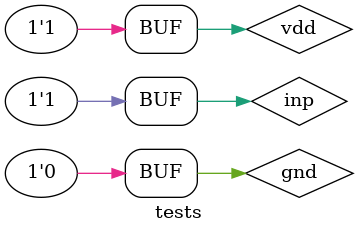
<source format=v>

/**
 * Iesus Hominum Salvator.
 */

module tests();
    
    supply0 gnd;
    supply1 vdd;

    reg inp;
    wire out;
    
    switch s1(.inp(inp), .out(out), .vdd(vdd), .gnd(gnd));

    initial begin
        inp <= 0;

        $display("Switch - IHS <3\n");
        $monitor("[%0t]\tinput: %0b, output: %0b", $time, inp, out);

        #5 inp <= 1;
        #5 inp <= 0;
        #5 inp <= 1;
    end
endmodule



</source>
